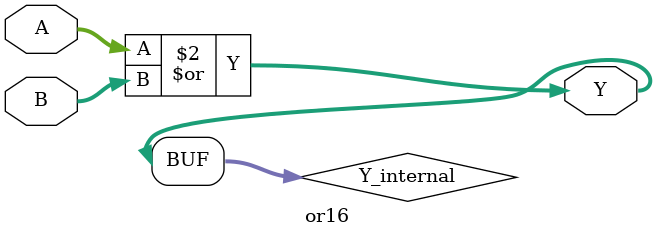
<source format=v>
`timescale 1ns / 1ps


module or16

#(parameter data_width = 16)
    (
        input [data_width-1:0] A,
        input [data_width-1:0] B,
        output [data_width-1:0] Y
    );
        
        reg [data_width-1:0] Y_internal;
        
        always @(*) begin
            Y_internal = A | B;
        end
        
        assign Y = Y_internal;
        
endmodule

</source>
